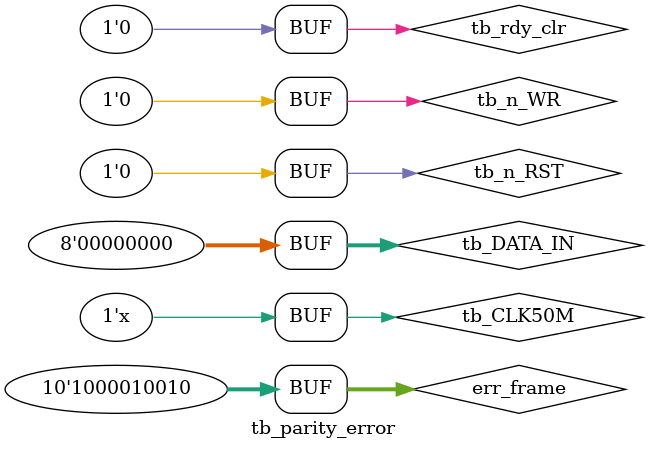
<source format=v>
`timescale 1ns / 1ps

module tb_parity_error;
	parameter TX_ACC_MAX = 50000000 / 115200;	
	
	// Inputs
	reg [7:0] tb_DATA_IN;
	reg tb_n_WR;
	reg tb_n_RST;
	reg tb_CLK50M;
	reg tb_RxD;
	reg tb_rdy_clr;

	// Outputs
	wire tb_TxD;
	wire tb_Tx_RDY;
	wire tb_Rx_RDY;
	wire [7:0] tb_DATA_OUT;
	wire tb_n_INT;

	//Error data
	reg [9:0] err_frame = 10'b1000010010;
	reg [3:0] bit_pos = 0;
	
	reg [8:0] tb_tx_count = 4;
	
	//clk
	wire tb_tx_clk;
	
	// States
	parameter STATE_WAIT = 2'b00;
	parameter STATE_TRANSMIT = 2'b01;
	
	reg [1:0] state = STATE_WAIT;
	
	// Instantiate the Unit Under Test (UUT)
	usart uut (
		.DATA_IN(tb_DATA_IN), 
		.n_WR(tb_n_WR), 
		.n_RST(tb_n_RST), 
		.CLK50M(tb_CLK50M), 
		.TxD(tb_TxD), 
		.Tx_RDY(tb_Tx_RDY), 
		.RxD(tb_RxD), 
		.Rx_RDY(tb_Rx_RDY), 
		.rdy_clr(tb_rdy_clr), 
		.DATA_OUT(tb_DATA_OUT), 
		.n_INT(tb_n_INT)
	);

	initial begin
		// Initialize Inputs
		tb_DATA_IN = 9'b0;
		tb_n_WR = 0;
		tb_n_RST = 0;
		tb_CLK50M = 0;
		tb_RxD = 1;
		tb_rdy_clr = 0;

		#2;

	end
      
	always begin
		#1 tb_CLK50M = ~tb_CLK50M;
	end
	
	always @(posedge tb_CLK50M)
	begin
		if (tb_tx_count == TX_ACC_MAX)
			tb_tx_count = 0;
		else
			tb_tx_count <= tb_tx_count + 1;
	end
	
	always @(posedge tb_tx_clk)
	begin
		case (state)
				STATE_WAIT:
				begin
					if (!tb_Rx_RDY)
						state <= STATE_TRANSMIT;
				end
				
				STATE_TRANSMIT:
				begin
					tb_RxD <= err_frame[bit_pos];
					
					if (bit_pos == 4'h9)
						begin
							bit_pos <= 0;
							tb_RxD <= 1;
							state <= STATE_WAIT;
						end
					else
						bit_pos <= bit_pos + 1;
				end
		endcase
		
		
	end

assign tb_tx_clk = (tb_tx_count == 5'd0);

endmodule


</source>
